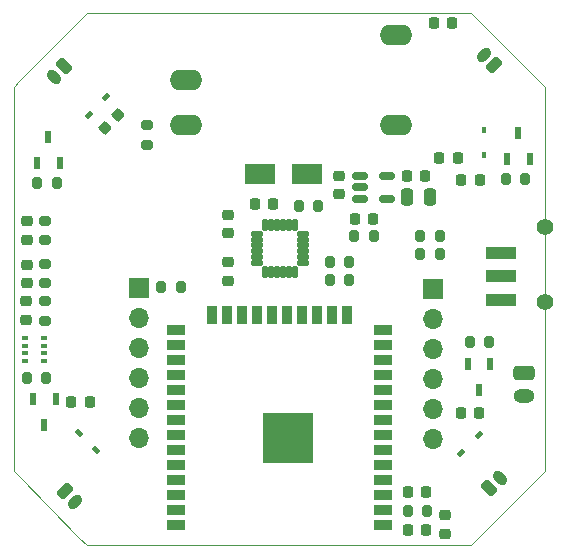
<source format=gts>
G04 #@! TF.GenerationSoftware,KiCad,Pcbnew,9.0.1*
G04 #@! TF.CreationDate,2025-04-25T12:08:24+05:30*
G04 #@! TF.ProjectId,esp32_quad_baro_bootser_nousb_BMP,65737033-325f-4717-9561-645f6261726f,rev?*
G04 #@! TF.SameCoordinates,Original*
G04 #@! TF.FileFunction,Soldermask,Top*
G04 #@! TF.FilePolarity,Negative*
%FSLAX46Y46*%
G04 Gerber Fmt 4.6, Leading zero omitted, Abs format (unit mm)*
G04 Created by KiCad (PCBNEW 9.0.1) date 2025-04-25 12:08:24*
%MOMM*%
%LPD*%
G01*
G04 APERTURE LIST*
G04 Aperture macros list*
%AMRoundRect*
0 Rectangle with rounded corners*
0 $1 Rounding radius*
0 $2 $3 $4 $5 $6 $7 $8 $9 X,Y pos of 4 corners*
0 Add a 4 corners polygon primitive as box body*
4,1,4,$2,$3,$4,$5,$6,$7,$8,$9,$2,$3,0*
0 Add four circle primitives for the rounded corners*
1,1,$1+$1,$2,$3*
1,1,$1+$1,$4,$5*
1,1,$1+$1,$6,$7*
1,1,$1+$1,$8,$9*
0 Add four rect primitives between the rounded corners*
20,1,$1+$1,$2,$3,$4,$5,0*
20,1,$1+$1,$4,$5,$6,$7,0*
20,1,$1+$1,$6,$7,$8,$9,0*
20,1,$1+$1,$8,$9,$2,$3,0*%
%AMHorizOval*
0 Thick line with rounded ends*
0 $1 width*
0 $2 $3 position (X,Y) of the first rounded end (center of the circle)*
0 $4 $5 position (X,Y) of the second rounded end (center of the circle)*
0 Add line between two ends*
20,1,$1,$2,$3,$4,$5,0*
0 Add two circle primitives to create the rounded ends*
1,1,$1,$2,$3*
1,1,$1,$4,$5*%
%AMRotRect*
0 Rectangle, with rotation*
0 The origin of the aperture is its center*
0 $1 length*
0 $2 width*
0 $3 Rotation angle, in degrees counterclockwise*
0 Add horizontal line*
21,1,$1,$2,0,0,$3*%
G04 Aperture macros list end*
%ADD10RoundRect,0.200000X-0.275000X0.200000X-0.275000X-0.200000X0.275000X-0.200000X0.275000X0.200000X0*%
%ADD11R,0.600000X1.100000*%
%ADD12R,0.500000X0.350000*%
%ADD13RoundRect,0.225000X0.250000X-0.225000X0.250000X0.225000X-0.250000X0.225000X-0.250000X-0.225000X0*%
%ADD14RoundRect,0.200000X-0.200000X-0.275000X0.200000X-0.275000X0.200000X0.275000X-0.200000X0.275000X0*%
%ADD15RoundRect,0.250000X-0.250000X-0.475000X0.250000X-0.475000X0.250000X0.475000X-0.250000X0.475000X0*%
%ADD16RoundRect,0.200000X0.200000X0.275000X-0.200000X0.275000X-0.200000X-0.275000X0.200000X-0.275000X0*%
%ADD17RoundRect,0.102000X0.395000X0.140000X-0.395000X0.140000X-0.395000X-0.140000X0.395000X-0.140000X0*%
%ADD18RoundRect,0.102000X0.140000X0.395000X-0.140000X0.395000X-0.140000X-0.395000X0.140000X-0.395000X0*%
%ADD19RoundRect,0.225000X-0.225000X-0.250000X0.225000X-0.250000X0.225000X0.250000X-0.225000X0.250000X0*%
%ADD20RoundRect,0.218750X0.256250X-0.218750X0.256250X0.218750X-0.256250X0.218750X-0.256250X-0.218750X0*%
%ADD21O,2.743200X1.727200*%
%ADD22RoundRect,0.250000X-0.650000X0.350000X-0.650000X-0.350000X0.650000X-0.350000X0.650000X0.350000X0*%
%ADD23O,1.800000X1.200000*%
%ADD24RoundRect,0.218750X-0.218750X-0.256250X0.218750X-0.256250X0.218750X0.256250X-0.218750X0.256250X0*%
%ADD25R,1.500000X0.900000*%
%ADD26R,0.900000X1.500000*%
%ADD27C,0.600000*%
%ADD28R,4.200000X4.200000*%
%ADD29R,2.500000X1.000000*%
%ADD30C,1.400000*%
%ADD31RotRect,0.600000X0.450000X45.000000*%
%ADD32RoundRect,0.225000X-0.017678X0.335876X-0.335876X0.017678X0.017678X-0.335876X0.335876X-0.017678X0*%
%ADD33RoundRect,0.225000X0.225000X0.250000X-0.225000X0.250000X-0.225000X-0.250000X0.225000X-0.250000X0*%
%ADD34RoundRect,0.225000X-0.176777X0.494975X-0.494975X0.176777X0.176777X-0.494975X0.494975X-0.176777X0*%
%ADD35HorizOval,0.900000X-0.176777X0.176777X0.176777X-0.176777X0*%
%ADD36RotRect,0.600000X0.450000X225.000000*%
%ADD37RoundRect,0.225000X0.176777X-0.494975X0.494975X-0.176777X-0.176777X0.494975X-0.494975X0.176777X0*%
%ADD38R,0.450000X0.600000*%
%ADD39RoundRect,0.150000X-0.512500X-0.150000X0.512500X-0.150000X0.512500X0.150000X-0.512500X0.150000X0*%
%ADD40R,1.700000X1.700000*%
%ADD41O,1.700000X1.700000*%
%ADD42R,2.500000X1.800000*%
%ADD43RoundRect,0.225000X-0.250000X0.225000X-0.250000X-0.225000X0.250000X-0.225000X0.250000X0.225000X0*%
%ADD44RoundRect,0.225000X0.494975X0.176777X0.176777X0.494975X-0.494975X-0.176777X-0.176777X-0.494975X0*%
%ADD45HorizOval,0.900000X0.176777X0.176777X-0.176777X-0.176777X0*%
%ADD46RoundRect,0.225000X-0.494975X-0.176777X-0.176777X-0.494975X0.494975X0.176777X0.176777X0.494975X0*%
%ADD47HorizOval,0.900000X-0.176777X-0.176777X0.176777X0.176777X0*%
%ADD48RotRect,0.600000X0.450000X135.000000*%
G04 #@! TA.AperFunction,Profile*
%ADD49C,0.025400*%
G04 #@! TD*
G04 APERTURE END LIST*
D10*
X111080550Y-85228930D03*
X111080550Y-86878930D03*
D11*
X111950000Y-96672220D03*
X110050000Y-96672220D03*
X111000000Y-98872220D03*
D12*
X109400000Y-93475000D03*
X109400000Y-92825000D03*
X109400000Y-92175000D03*
X109400000Y-91525000D03*
X111000000Y-91525000D03*
X111000000Y-92175000D03*
X111000000Y-92825000D03*
X111000000Y-93475000D03*
D13*
X144890490Y-108087460D03*
X144890490Y-106537460D03*
D14*
X135152630Y-85096350D03*
X136802630Y-85096350D03*
D13*
X126579630Y-86652400D03*
X126579630Y-85102400D03*
D10*
X111070000Y-88400000D03*
X111070000Y-90050000D03*
D15*
X141715450Y-79564230D03*
X143615450Y-79564230D03*
D16*
X134200000Y-80320000D03*
X132550000Y-80320000D03*
X122539260Y-87236300D03*
X120889260Y-87236300D03*
D17*
X132930940Y-85185420D03*
X132930940Y-84685420D03*
X132930940Y-84185420D03*
X132930940Y-83685420D03*
X132930940Y-83185420D03*
X132930940Y-82685420D03*
D18*
X132210940Y-81965420D03*
X131710940Y-81965420D03*
X131210940Y-81965420D03*
X130710940Y-81965420D03*
X130210940Y-81965420D03*
X129710940Y-81965420D03*
D17*
X128990940Y-82685420D03*
X128990940Y-83185420D03*
X128990940Y-83685420D03*
X128990940Y-84185420D03*
X128990940Y-84685420D03*
X128990940Y-85185420D03*
D18*
X129710940Y-85905420D03*
X130210940Y-85905420D03*
X130710940Y-85905420D03*
X131210940Y-85905420D03*
X131710940Y-85905420D03*
X132210940Y-85905420D03*
D19*
X141684710Y-77800200D03*
X143234710Y-77800200D03*
D20*
X109495590Y-83200340D03*
X109495590Y-81625340D03*
D21*
X122967000Y-69660000D03*
X122967000Y-73470000D03*
X140747000Y-73470000D03*
X140747000Y-65850000D03*
D22*
X151590000Y-94450000D03*
D23*
X151590000Y-96450000D03*
D24*
X143970910Y-64886840D03*
X145545910Y-64886840D03*
D25*
X139678110Y-107351450D03*
X139678110Y-106081450D03*
X139678110Y-104811450D03*
X139678110Y-103541450D03*
X139678110Y-102271450D03*
X139678110Y-101001450D03*
X139678110Y-99731450D03*
X139678110Y-98461450D03*
X139678110Y-97191450D03*
X139678110Y-95921450D03*
X139678110Y-94651450D03*
X139678110Y-93381450D03*
X139678110Y-92111450D03*
X139678110Y-90841450D03*
D26*
X136638110Y-89591450D03*
X135368110Y-89591450D03*
X134098110Y-89591450D03*
X132828110Y-89591450D03*
X131558110Y-89591450D03*
X130288110Y-89591450D03*
X129018110Y-89591450D03*
X127748110Y-89591450D03*
X126478110Y-89591450D03*
X125208110Y-89591450D03*
D25*
X122178110Y-90841450D03*
X122178110Y-92111450D03*
X122178110Y-93381450D03*
X122178110Y-94651450D03*
X122178110Y-95921450D03*
X122178110Y-97191450D03*
X122178110Y-98461450D03*
X122178110Y-99731450D03*
X122178110Y-101001450D03*
X122178110Y-102271450D03*
X122178110Y-103541450D03*
X122178110Y-104811450D03*
X122178110Y-106081450D03*
X122178110Y-107351450D03*
D27*
X133133110Y-100773950D03*
X133133110Y-99248950D03*
X131608110Y-100773950D03*
D28*
X131608110Y-100011450D03*
D27*
X131608110Y-99248950D03*
X130083110Y-100773950D03*
X130083110Y-99248950D03*
D29*
X149630000Y-88310000D03*
X149630000Y-86310000D03*
X149630000Y-84310000D03*
D30*
X153390000Y-88460000D03*
X153390000Y-82160000D03*
D31*
X146281628Y-101252802D03*
X147766552Y-99767878D03*
D16*
X112031280Y-78386940D03*
X110381280Y-78386940D03*
D32*
X117224178Y-72603992D03*
X116128162Y-73700008D03*
D14*
X142810730Y-84376260D03*
X144460730Y-84376260D03*
D19*
X144440000Y-76310000D03*
X145990000Y-76310000D03*
D10*
X111072930Y-81598000D03*
X111072930Y-83248000D03*
D14*
X135152630Y-86634320D03*
X136802630Y-86634320D03*
D33*
X138839240Y-81403190D03*
X137289240Y-81403190D03*
D14*
X147019510Y-91829890D03*
X148669510Y-91829890D03*
X109520220Y-94888050D03*
X111170220Y-94888050D03*
D19*
X146311320Y-78165960D03*
X147861320Y-78165960D03*
D11*
X148757680Y-93696610D03*
X146857680Y-93696610D03*
X147807680Y-95896610D03*
D34*
X112697260Y-68502530D03*
D35*
X111813377Y-69386413D03*
D16*
X143410000Y-106160000D03*
X141760000Y-106160000D03*
D11*
X110379470Y-76692940D03*
X112279470Y-76692940D03*
X111329470Y-74492940D03*
D16*
X144460730Y-82856070D03*
X142810730Y-82856070D03*
D36*
X116231182Y-71112868D03*
X114746258Y-72597792D03*
D19*
X141786610Y-107779820D03*
X143336610Y-107779820D03*
D37*
X148656117Y-104223883D03*
D35*
X149540000Y-103340000D03*
D38*
X148261070Y-73893970D03*
X148261070Y-75993970D03*
D14*
X137248130Y-82919570D03*
X138898130Y-82919570D03*
D19*
X146254170Y-97845880D03*
X147804170Y-97845880D03*
X141787580Y-104580690D03*
X143337580Y-104580690D03*
D13*
X126532640Y-82663330D03*
X126532640Y-81113330D03*
D11*
X150190000Y-76330000D03*
X152090000Y-76330000D03*
X151140000Y-74130000D03*
D20*
X109514640Y-86887470D03*
X109514640Y-85312470D03*
D39*
X137712870Y-77815400D03*
X137712870Y-78765400D03*
X137712870Y-79715400D03*
X139987870Y-79715400D03*
X139987870Y-77815400D03*
D40*
X119000000Y-87313770D03*
D41*
X119000000Y-89853770D03*
X119000000Y-92393770D03*
X119000000Y-94933770D03*
X119000000Y-97473770D03*
X119000000Y-100013770D03*
D10*
X119680000Y-73490000D03*
X119680000Y-75140000D03*
D42*
X133220000Y-77600000D03*
X129220000Y-77600000D03*
D33*
X130390000Y-80150000D03*
X128840000Y-80150000D03*
D16*
X151720000Y-78020000D03*
X150070000Y-78020000D03*
D43*
X135903970Y-77777040D03*
X135903970Y-79327040D03*
D44*
X149100540Y-68442840D03*
D45*
X148216657Y-67558957D03*
D20*
X109481620Y-89971030D03*
X109481620Y-88396030D03*
D46*
X112712500Y-104505760D03*
D47*
X113596383Y-105389643D03*
D33*
X114826080Y-96941640D03*
X113276080Y-96941640D03*
D40*
X143944070Y-87341710D03*
D41*
X143944070Y-89881710D03*
X143944070Y-92421710D03*
X143944070Y-94961710D03*
X143944070Y-97501710D03*
X143944070Y-100041710D03*
D48*
X115379012Y-101029282D03*
X113894088Y-99544358D03*
D49*
X122647460Y-109008420D02*
X119947440Y-109008420D01*
X108397550Y-101116380D02*
X108397550Y-102768910D01*
X141847570Y-109008420D02*
X147090000Y-109008420D01*
X108397550Y-70248020D02*
X108860000Y-69790000D01*
X108397550Y-75400410D02*
X108397550Y-97616520D01*
X139147550Y-109008420D02*
X141847570Y-109008420D01*
X114637060Y-64008510D02*
X113940000Y-64690000D01*
X108397550Y-97616520D02*
X108397550Y-101116380D01*
X113970000Y-108460000D02*
X114637060Y-109008420D01*
X123247410Y-64008510D02*
X138547610Y-64008510D01*
X153397460Y-71900540D02*
X153397460Y-70248020D01*
X147157950Y-64008510D02*
X153397460Y-70248020D01*
X108397550Y-102768910D02*
X108840000Y-103230000D01*
X153397460Y-102768910D02*
X153080000Y-103120000D01*
X108397550Y-70248020D02*
X108397550Y-71900540D01*
X147090000Y-109008420D02*
X153080000Y-103120000D01*
X153397460Y-97616520D02*
X153397460Y-75400410D01*
X113940000Y-64690000D02*
X108860000Y-69790000D01*
X139147550Y-109008420D02*
X122647460Y-109008420D01*
X153397460Y-102768910D02*
X153397460Y-101116380D01*
X153397460Y-71900540D02*
X153397460Y-75400410D01*
X108840000Y-103230000D02*
X113970000Y-108460000D01*
X147157950Y-64008510D02*
X138547610Y-64008510D01*
X123247410Y-64008510D02*
X114637060Y-64008510D01*
X114637060Y-109008420D02*
X119947440Y-109008420D01*
X153397460Y-97616520D02*
X153397460Y-101116380D01*
X108397550Y-75400410D02*
X108397550Y-71900540D01*
M02*

</source>
